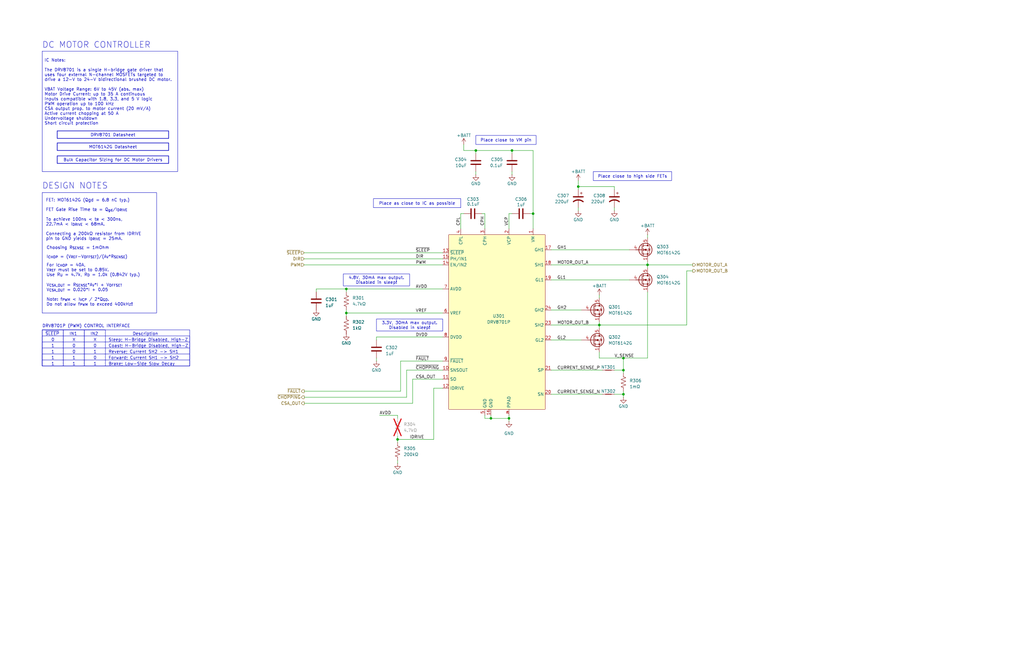
<source format=kicad_sch>
(kicad_sch (version 20250114) (generator "eeschema") (generator_version "9.0")
  (paper "USLedger")
  (title_block (title "Brushed DC Motor Driver") (date "2025-10-21") (rev "V3") (company "Learn Science and Math Club") (comment 1 "Geeks for Kids"))
  (lib_symbols
    (symbol "Device:C" (pin_numbers (hide yes)) (pin_names (offset 0.254))
      (property "Reference" "C" (at 0.635 2.54 0))
      (property "Value" "C" (at 0.635 -2.54 0))
      (symbol "C_0_1"
        (polyline (pts (xy -2.032 0.762) (xy 2.032 0.762)) (stroke (width 0.508)))
        (polyline (pts (xy -2.032 -0.762) (xy 2.032 -0.762)) (stroke (width 0.508)))
      )
      (symbol "C_1_1"
        (pin passive line (at 0 3.81 270) (length 2.794) (name "~") (number "1"))
        (pin passive line (at 0 -3.81 90) (length 2.794) (name "~") (number "2"))
      )
    )
    (symbol "Device:C_Polarized_US" (pin_numbers (hide yes)) (pin_names (offset 0.254) (hide yes))
      (property "Reference" "C" (at 0.635 2.54 0))
      (property "Value" "C_Polarized_US" (at 0.635 -2.54 0))
      (symbol "C_Polarized_US_0_1"
        (polyline (pts (xy -2.032 0.762) (xy 2.032 0.762)) (stroke (width 0.508)))
        (polyline (pts (xy -1.778 2.286) (xy -0.762 2.286)))
        (polyline (pts (xy -1.27 1.778) (xy -1.27 2.794)))
        (arc (start -2.032 -1.27) (mid 0 -0.5572) (end 2.032 -1.27) (stroke (width 0.508)))
      )
      (symbol "C_Polarized_US_1_1"
        (pin passive line (at 0 3.81 270) (length 2.794) (name "~") (number "1"))
        (pin passive line (at 0 -3.81 90) (length 3.302) (name "~") (number "2"))
      )
    )
    (symbol "Device:NetTie_2" (pin_numbers (hide yes)) (pin_names (offset 0) (hide yes)) (in_bom no)
      (property "Reference" "NT" (at 0 1.27 0))
      (property "Value" "NetTie_2" (at 0 -1.27 0))
      (symbol "NetTie_2_0_1"
        (polyline (pts (xy -1.27 0) (xy 1.27 0)) (stroke (width 0.254)))
      )
      (symbol "NetTie_2_1_1"
        (pin passive line (at -2.54 0 0) (length 2.54) (name "1") (number "1"))
        (pin passive line (at 2.54 0 180) (length 2.54) (name "2") (number "2"))
      )
    )
    (symbol "Device:R_US" (pin_numbers (hide yes)) (pin_names (offset 0))
      (property "Reference" "R" (at 2.54 0 90))
      (property "Value" "R_US" (at -2.54 0 90))
      (symbol "R_US_0_1"
        (polyline (pts (xy 0 2.286) (xy 0 2.54)))
        (polyline (pts (xy 0 2.286) (xy 1.016 1.905) (xy 0 1.524) (xy -1.016 1.143) (xy 0 0.762)))
        (polyline (pts (xy 0 0.762) (xy 1.016 0.381) (xy 0 0) (xy -1.016 -0.381) (xy 0 -0.762)))
        (polyline (pts (xy 0 -0.762) (xy 1.016 -1.143) (xy 0 -1.524) (xy -1.016 -1.905) (xy 0 -2.286)))
        (polyline (pts (xy 0 -2.286) (xy 0 -2.54)))
      )
      (symbol "R_US_1_1"
        (pin passive line (at 0 3.81 270) (length 1.27) (name "~") (number "1"))
        (pin passive line (at 0 -3.81 90) (length 1.27) (name "~") (number "2"))
      )
    )
    (symbol "Transistor_FET:Q_NMOS_SSSGD_AvalancheRated" (pin_names (offset 0) (hide yes))
      (property "Reference" "Q" (at 5.08 1.905 0))
      (property "Value" "Q_NMOS_SSSGD_AvalancheRated" (at 5.08 0 0))
      (symbol "Q_NMOS_SSSGD_AvalancheRated_0_1"
        (polyline (pts (xy 0.254 1.905) (xy 0.254 -1.905)) (stroke (width 0.254)))
        (polyline (pts (xy 0.254 0) (xy -2.54 0)))
        (polyline (pts (xy 0.762 2.286) (xy 0.762 1.27)) (stroke (width 0.254)))
        (polyline (pts (xy 0.762 0.508) (xy 0.762 -0.508)) (stroke (width 0.254)))
        (polyline (pts (xy 0.762 -1.27) (xy 0.762 -2.286)) (stroke (width 0.254)))
        (polyline (pts (xy 0.762 -1.778) (xy 3.302 -1.778) (xy 3.302 1.778) (xy 0.762 1.778)))
        (polyline (pts (xy 1.016 0) (xy 2.032 0.381) (xy 2.032 -0.381) (xy 1.016 0)) (fill (type outline)))
        (circle (center 1.651 0) (radius 2.794) (stroke (width 0.254)))
        (polyline (pts (xy 2.54 2.54) (xy 2.54 1.778)))
        (circle (center 2.54 1.778) (radius 0.254) (fill (type outline)))
        (circle (center 2.54 -1.778) (radius 0.254) (fill (type outline)))
        (polyline (pts (xy 2.54 -2.54) (xy 2.54 0) (xy 0.762 0)))
        (polyline (pts (xy 2.794 0.508) (xy 2.921 0.381) (xy 3.683 0.381) (xy 3.81 0.254)))
        (polyline (pts (xy 3.302 0.381) (xy 2.921 -0.254) (xy 3.683 -0.254) (xy 3.302 0.381)))
      )
      (symbol "Q_NMOS_SSSGD_AvalancheRated_1_1"
        (pin input line (at -5.08 0 0) (length 5.08) (name "G") (number "4"))
        (pin passive line (at 2.54 5.08 270) (length 2.54) (name "D") (number "5"))
        (pin passive line (at 2.54 -5.08 90) (length 2.54) (name "S") (number "1"))
        (pin passive line (at 2.54 -5.08 90) (length 2.54) (hide yes) (name "S") (number "2"))
        (pin passive line (at 2.54 -5.08 90) (length 2.54) (hide yes) (name "S") (number "3"))
      )
    )
    (symbol "motor-controller-v3-parts:DRV8701"
      (property "Reference" "U1" (at 19.05 -30.48 0))
      (property "Value" "DRV8701" (at 20.32 -33.02 0))
      (symbol "DRV8701_0_1"
        (rectangle (start 0 0) (end 40.64 -73.66) (fill (type background)))
      )
      (symbol "DRV8701_1_1"
        (pin input line (at -2.54 -7.62 0) (length 2.54) (name "~{SLEEP}") (number "13"))
        (pin input line (at -2.54 -10.16 0) (length 2.54) (name "PH/IN1") (number "15"))
        (pin input line (at -2.54 -12.7 0) (length 2.54) (name "EN/IN2") (number "14"))
        (pin power_out line (at -2.54 -22.86 0) (length 2.54) (name "AVDD") (number "7"))
        (pin input line (at -2.54 -33.02 0) (length 2.54) (name "VREF") (number "6"))
        (pin power_out line (at -2.54 -43.18 0) (length 2.54) (name "DVDD") (number "8"))
        (pin open_collector line (at -2.54 -53.34 0) (length 2.54) (name "~{FAULT}") (number "9"))
        (pin open_collector line (at -2.54 -57.15 0) (length 2.54) (name "SNSOUT") (number "10"))
        (pin output line (at -2.54 -60.96 0) (length 2.54) (name "SO") (number "11"))
        (pin input line (at -2.54 -64.77 0) (length 2.54) (name "IDRIVE") (number "12"))
        (pin passive line (at 5.08 2.54 270) (length 2.54) (name "CPL") (number "4"))
        (pin passive line (at 15.24 2.54 270) (length 2.54) (name "CPH") (number "3"))
        (pin power_in line (at 15.24 -76.2 90) (length 2.54) (name "GND") (number "5"))
        (pin power_in line (at 17.78 -76.2 90) (length 2.54) (name "GND") (number "16"))
        (pin power_out line (at 25.4 2.54 270) (length 2.54) (name "VCP") (number "2"))
        (pin power_in line (at 25.4 -76.2 90) (length 2.54) (name "PPAD") (number "25"))
        (pin power_in line (at 35.56 2.54 270) (length 2.54) (name "VM") (number "1"))
        (pin output line (at 43.18 -6.35 180) (length 2.54) (name "GH1") (number "17"))
        (pin input line (at 43.18 -12.7 180) (length 2.54) (name "SH1") (number "18"))
        (pin output line (at 43.18 -19.05 180) (length 2.54) (name "GL1") (number "19"))
        (pin output line (at 43.18 -31.75 180) (length 2.54) (name "GH2") (number "24"))
        (pin input line (at 43.18 -38.1 180) (length 2.54) (name "SH2") (number "23"))
        (pin output line (at 43.18 -44.45 180) (length 2.54) (name "GL2") (number "22"))
        (pin input line (at 43.18 -57.15 180) (length 2.54) (name "SP") (number "21"))
        (pin input line (at 43.18 -67.31 180) (length 2.54) (name "SN") (number "20"))
      )
    )
    (symbol "power:+BATT" (power) (pin_numbers (hide yes)) (pin_names (offset 0) (hide yes))
      (property "Value" "+BATT" (at 0 3.556 0))
      (symbol "+BATT_0_1"
        (polyline (pts (xy -0.762 1.27) (xy 0 2.54)))
        (polyline (pts (xy 0 2.54) (xy 0.762 1.27)))
        (polyline (pts (xy 0 0) (xy 0 2.54)))
      )
      (symbol "+BATT_1_1"
        (pin power_in line (at 0 0 90) (length 0) (name "~") (number "1"))
      )
    )
    (symbol "power:GND" (power) (pin_numbers (hide yes)) (pin_names (offset 0) (hide yes))
      (property "Value" "GND" (at 0 -3.81 0))
      (symbol "GND_0_1"
        (polyline (pts (xy 0 0) (xy 0 -1.27) (xy 1.27 -1.27) (xy 0 -2.54) (xy -1.27 -1.27) (xy 0 -1.27)))
      )
      (symbol "GND_1_1"
        (pin power_in line (at 0 0 270) (length 0) (name "~") (number "1"))
      )
    )
  )
  (rectangle (start 17.78 151.892) (end 80.01 154.432))
  (rectangle (start 26.67 139.192) (end 35.56 154.432))
  (rectangle (start 17.78 139.192) (end 80.01 154.432))
  (rectangle (start 17.78 144.272) (end 80.01 154.432))
  (rectangle (start 17.78 146.812) (end 80.01 154.432))
  (rectangle (start 35.56 139.192) (end 44.45 154.432))
  (rectangle (start 17.78 81.28) (end 66.04 132.08))
  (rectangle (start 17.78 149.352) (end 80.01 154.432))
  (rectangle (start 17.78 139.192) (end 26.67 154.432))
  (rectangle (start 17.78 141.732) (end 80.01 154.432))
  (text "0" (at 21.59 144.272 0) (effects (font (size 1.27 1.27)) (justify left bottom)))
  (text "Coast; H-Bridge Disabled, High-Z" (at 45.72 146.812 0) (effects (font (size 1.27 1.27)) (justify left bottom)))
  (text "DC MOTOR CONTROLLER" (at 17.78 20.574 0) (effects (font (size 2.54 2.54)) (justify left bottom)))
  (text "Choosing R_{SENSE} = 1mOhm" (at 19.558 105.41 0) (effects (font (size 1.27 1.27)) (justify left bottom)))
  (text "1" (at 30.48 151.892 0) (effects (font (size 1.27 1.27)) (justify left bottom)))
  (text "1" (at 39.37 154.432 0) (effects (font (size 1.27 1.27)) (justify left bottom)))
  (text "FET: MOT6142G (Qgd = 6.8 nC typ.)" (at 19.304 85.344 0) (effects (font (size 1.27 1.27)) (justify left bottom)))
  (text "1" (at 30.48 154.432 0) (effects (font (size 1.27 1.27)) (justify left bottom)))
  (text "X" (at 39.37 144.272 0) (effects (font (size 1.27 1.27)) (justify left bottom)))
  (text "1" (at 39.37 149.352 0) (effects (font (size 1.27 1.27)) (justify left bottom)))
  (text "Sleep; H-Bridge Disabled, High-Z" (at 45.72 144.272 0) (effects (font (size 1.27 1.27)) (justify left bottom)))
  (text "Reverse; Current SH2 -> SH1" (at 45.72 149.352 0) (effects (font (size 1.27 1.27)) (justify left bottom)))
  (text "Description" (at 55.88 141.732 0) (effects (font (size 1.27 1.27)) (justify left bottom)))
  (text "1" (at 21.59 149.352 0) (effects (font (size 1.27 1.27)) (justify left bottom)))
  (text "FET Gate Rise Time t_{R} = Q_{gd}/I_{DRIVE}\n\nTo achieve 100ns < t_{R} < 300ns, \n22.7mA < I_{DRIVE} < 68mA." (at 19.304 95.504 0) (effects (font (size 1.27 1.27)) (justify left bottom)))
  (text "For I_{CHOP} = 40A, \nV_{REF} must be set to 0.85V. \nUse R_{U} = 4.7k, R_{D} = 1.0k (0.842V typ.)" (at 19.558 116.84 0) (effects (font (size 1.27 1.27)) (justify left bottom)))
  (text "IN2" (at 38.1 141.732 0) (effects (font (size 1.27 1.27)) (justify left bottom)))
  (text "DESIGN NOTES" (at 17.78 80.01 0) (effects (font (size 2.54 2.54)) (justify left bottom)))
  (text "Forward; Current SH1 -> SH2" (at 45.72 151.892 0) (effects (font (size 1.27 1.27)) (justify left bottom)))
  (text "IN1" (at 29.21 141.732 0) (effects (font (size 1.27 1.27)) (justify left bottom)))
  (text "Brake; Low-Side Slow Decay" (at 45.72 154.432 0) (effects (font (size 1.27 1.27)) (justify left bottom)))
  (text "Note: f_{PWM} < I_{VCP} / 2*Q_{GD}. \nDo not allow f_{PWM} to exceed 400kHz!" (at 19.558 129.286 0) (effects (font (size 1.27 1.27)) (justify left bottom)))
  (text "0" (at 30.48 146.812 0) (effects (font (size 1.27 1.27)) (justify left bottom)))
  (text "I_{CHOP} = (V_{REF}-V_{OFFSET})/(A_{V}*R_{SENSE})" (at 19.558 109.22 0) (effects (font (size 1.27 1.27)) (justify left bottom)))
  (text "Connecting a 200kΩ resistor from IDRIVE \npin to GND yields I_{DRIVE} = 25mA." (at 19.304 101.6 0) (effects (font (size 1.27 1.27)) (justify left bottom)))
  (text "0" (at 39.37 151.892 0) (effects (font (size 1.27 1.27)) (justify left bottom)))
  (text "X" (at 30.48 144.272 0) (effects (font (size 1.27 1.27)) (justify left bottom)))
  (text "DRV8701P (PWM) CONTROL INTERFACE" (at 17.78 138.43 0) (effects (font (size 1.27 1.27) (thickness 0.1588)) (justify left bottom)))
  (text "1" (at 21.59 154.432 0) (effects (font (size 1.27 1.27)) (justify left bottom)))
  (text "0" (at 39.37 146.812 0) (effects (font (size 1.27 1.27)) (justify left bottom)))
  (text "1" (at 21.59 151.892 0) (effects (font (size 1.27 1.27)) (justify left bottom)))
  (text "1" (at 21.59 146.812 0) (effects (font (size 1.27 1.27)) (justify left bottom)))
  (text "V_{CSA_OUT} = R_{SENSE}*A_{V}*I + V_{OFFSET}\nV_{CSA_OUT} = 0.020*I + 0.05\n" (at 19.558 123.19 0) (effects (font (size 1.27 1.27)) (justify left bottom)))
  (text "0" (at 30.48 149.352 0) (effects (font (size 1.27 1.27)) (justify left bottom)))
  (text "~{SLEEP}" (at 19.05 141.732 0) (effects (font (size 1.27 1.27)) (justify left bottom)))
  (text_box "4.8V, 30mA max output. \nDisabled in sleep!" (at 144.78 115.57 0) (size 27.94 5.08) (margins 0.9525 0.9525 0.9525 0.9525) (effects (font (size 1.27 1.27))))
  (text_box "\nIC Notes: \n\nThe DRV8701 is a single H-bridge gate driver that uses four external N-channel MOSFETs targeted to drive a 12-V to 24-V bidirectional brushed DC motor. \n\nVBAT Voltage Range: 6V to 45V (abs. max)\nMotor Drive Current: up to 35 A continuous\nInputs compatible with 1.8, 3.3, and 5 V logic\nPWM operation up to 100 kHz\nCSA output prop. to motor current (20 mV/A)\nActive current chopping at 50 A\nUndervoltage shutdown\nShort circuit protection" (at 17.78 21.59 0) (size 57.15 50.8) (margins 0.9525 0.9525 0.9525 0.9525) (effects (font (size 1.27 1.27)) (justify left top)))
  (text_box "3.3V, 30mA max output. \nDisabled in sleep!" (at 158.75 134.62 0) (size 27.94 5.08) (margins 0.9525 0.9525 0.9525 0.9525) (effects (font (size 1.27 1.27))))
  (text_box "Place close to VM pin" (at 200.66 57.15 0) (size 25.4 3.81) (margins 0.9525 0.9525 0.9525 0.9525) (effects (font (size 1.27 1.27))))
  (text_box "MOT6142G Datasheet" (at 24.13 60.325 0) (size 46.99 3.175) (margins 1.0795 1.0795 1.0795 1.0795) (stroke (width 0.254)) (effects (font (size 1.27 1.27))))
  (text_box "DRV8701 Datasheet" (at 24.13 55.245 0) (size 46.99 3.175) (margins 1.0795 1.0795 1.0795 1.0795) (stroke (width 0.254)) (effects (font (size 1.27 1.27))))
  (text_box "Bulk Capacitor Sizing for DC Motor Drivers" (at 24.13 65.786 0) (size 46.99 3.175) (margins 1.0795 1.0795 1.0795 1.0795) (stroke (width 0.254)) (effects (font (size 1.27 1.27))))
  (text_box "Place as close to IC as possible" (at 157.48 83.82 0) (size 36.83 3.81) (margins 0.9525 0.9525 0.9525 0.9525) (effects (font (size 1.27 1.27))))
  (text_box "Place close to high side FETs" (at 250.19 72.39 0) (size 33.02 3.81) (margins 0.9525 0.9525 0.9525 0.9525) (effects (font (size 1.27 1.27))))
  (junction (at 214.63 176.53))
  (junction (at 146.05 121.92))
  (junction (at 200.66 63.5))
  (junction (at 252.73 137.16))
  (junction (at 262.89 156.21))
  (junction (at 262.89 151.13))
  (junction (at 167.64 185.42))
  (junction (at 207.01 176.53))
  (junction (at 224.79 90.17))
  (junction (at 243.84 78.74))
  (junction (at 273.05 111.76))
  (junction (at 215.9 63.5))
  (junction (at 262.89 166.37))
  (junction (at 146.05 132.08))
  (wire (pts (xy 171.45 167.64) (xy 171.45 156.21)))
  (wire (pts (xy 259.08 156.21) (xy 262.89 156.21)))
  (wire (pts (xy 215.9 63.5) (xy 224.79 63.5)))
  (wire (pts (xy 194.31 90.17) (xy 194.31 96.52)))
  (wire (pts (xy 128.27 106.68) (xy 186.69 106.68)))
  (wire (pts (xy 243.84 80.01) (xy 243.84 78.74)))
  (wire (pts (xy 289.56 137.16) (xy 289.56 114.3)))
  (wire (pts (xy 167.64 185.42) (xy 182.88 185.42)))
  (wire (pts (xy 168.91 152.4) (xy 186.69 152.4)))
  (wire (pts (xy 167.64 185.42) (xy 167.64 184.15)))
  (wire (pts (xy 128.27 111.76) (xy 186.69 111.76)))
  (wire (pts (xy 200.66 72.39) (xy 200.66 73.66)))
  (wire (pts (xy 262.89 151.13) (xy 262.89 156.21)))
  (wire (pts (xy 252.73 148.59) (xy 252.73 151.13)))
  (wire (pts (xy 167.64 195.58) (xy 167.64 194.31)))
  (wire (pts (xy 182.88 163.83) (xy 186.69 163.83)))
  (wire (pts (xy 243.84 76.2) (xy 243.84 78.74)))
  (wire (pts (xy 195.58 60.96) (xy 195.58 63.5)))
  (wire (pts (xy 207.01 175.26) (xy 207.01 176.53)))
  (wire (pts (xy 252.73 151.13) (xy 262.89 151.13)))
  (wire (pts (xy 207.01 176.53) (xy 214.63 176.53)))
  (wire (pts (xy 273.05 111.76) (xy 292.1 111.76)))
  (wire (pts (xy 146.05 123.19) (xy 146.05 121.92)))
  (wire (pts (xy 195.58 63.5) (xy 200.66 63.5)))
  (wire (pts (xy 133.35 123.19) (xy 133.35 121.92)))
  (wire (pts (xy 252.73 135.89) (xy 252.73 137.16)))
  (wire (pts (xy 262.89 156.21) (xy 262.89 157.48)))
  (wire (pts (xy 252.73 124.46) (xy 252.73 125.73)))
  (wire (pts (xy 224.79 90.17) (xy 223.52 90.17)))
  (wire (pts (xy 158.75 152.4) (xy 158.75 151.13)))
  (wire (pts (xy 232.41 105.41) (xy 265.43 105.41)))
  (wire (pts (xy 146.05 132.08) (xy 146.05 133.35)))
  (wire (pts (xy 158.75 142.24) (xy 186.69 142.24)))
  (wire (pts (xy 273.05 99.06) (xy 273.05 100.33)))
  (wire (pts (xy 232.41 137.16) (xy 252.73 137.16)))
  (wire (pts (xy 194.31 90.17) (xy 195.58 90.17)))
  (wire (pts (xy 232.41 156.21) (xy 254 156.21)))
  (wire (pts (xy 128.27 170.18) (xy 173.99 170.18)))
  (wire (pts (xy 214.63 176.53) (xy 214.63 177.8)))
  (wire (pts (xy 243.84 87.63) (xy 243.84 88.9)))
  (wire (pts (xy 182.88 185.42) (xy 182.88 163.83)))
  (wire (pts (xy 128.27 165.1) (xy 168.91 165.1)))
  (wire (pts (xy 273.05 110.49) (xy 273.05 111.76)))
  (wire (pts (xy 259.08 87.63) (xy 259.08 88.9)))
  (wire (pts (xy 204.47 176.53) (xy 207.01 176.53)))
  (wire (pts (xy 167.64 185.42) (xy 167.64 186.69)))
  (wire (pts (xy 215.9 63.5) (xy 215.9 64.77)))
  (wire (pts (xy 171.45 156.21) (xy 186.69 156.21)))
  (wire (pts (xy 214.63 90.17) (xy 214.63 96.52)))
  (wire (pts (xy 173.99 160.02) (xy 186.69 160.02)))
  (wire (pts (xy 200.66 63.5) (xy 200.66 64.77)))
  (wire (pts (xy 232.41 111.76) (xy 273.05 111.76)))
  (wire (pts (xy 160.02 175.26) (xy 167.64 175.26)))
  (wire (pts (xy 204.47 90.17) (xy 203.2 90.17)))
  (wire (pts (xy 262.89 151.13) (xy 273.05 151.13)))
  (wire (pts (xy 173.99 170.18) (xy 173.99 160.02)))
  (wire (pts (xy 232.41 118.11) (xy 265.43 118.11)))
  (wire (pts (xy 133.35 121.92) (xy 146.05 121.92)))
  (wire (pts (xy 146.05 132.08) (xy 186.69 132.08)))
  (wire (pts (xy 158.75 143.51) (xy 158.75 142.24)))
  (wire (pts (xy 262.89 165.1) (xy 262.89 166.37)))
  (wire (pts (xy 168.91 165.1) (xy 168.91 152.4)))
  (wire (pts (xy 252.73 137.16) (xy 289.56 137.16)))
  (wire (pts (xy 204.47 175.26) (xy 204.47 176.53)))
  (wire (pts (xy 289.56 114.3) (xy 292.1 114.3)))
  (wire (pts (xy 224.79 90.17) (xy 224.79 96.52)))
  (wire (pts (xy 146.05 121.92) (xy 186.69 121.92)))
  (wire (pts (xy 259.08 80.01) (xy 259.08 78.74)))
  (wire (pts (xy 215.9 63.5) (xy 200.66 63.5)))
  (wire (pts (xy 273.05 123.19) (xy 273.05 151.13)))
  (wire (pts (xy 128.27 167.64) (xy 171.45 167.64)))
  (wire (pts (xy 224.79 63.5) (xy 224.79 90.17)))
  (wire (pts (xy 259.08 78.74) (xy 243.84 78.74)))
  (wire (pts (xy 215.9 72.39) (xy 215.9 73.66)))
  (wire (pts (xy 262.89 166.37) (xy 262.89 167.64)))
  (wire (pts (xy 273.05 111.76) (xy 273.05 113.03)))
  (wire (pts (xy 232.41 166.37) (xy 254 166.37)))
  (wire (pts (xy 252.73 137.16) (xy 252.73 138.43)))
  (wire (pts (xy 232.41 130.81) (xy 245.11 130.81)))
  (wire (pts (xy 259.08 166.37) (xy 262.89 166.37)))
  (wire (pts (xy 215.9 90.17) (xy 214.63 90.17)))
  (wire (pts (xy 204.47 90.17) (xy 204.47 96.52)))
  (wire (pts (xy 167.64 175.26) (xy 167.64 176.53)))
  (wire (pts (xy 146.05 130.81) (xy 146.05 132.08)))
  (wire (pts (xy 214.63 175.26) (xy 214.63 176.53)))
  (wire (pts (xy 128.27 109.22) (xy 186.69 109.22)))
  (wire (pts (xy 232.41 143.51) (xy 245.11 143.51)))
  (label "CPL" (at 194.31 95.25 90))
  (label "AVDD" (at 160.02 175.26 0))
  (label "~{SLEEP}" (at 175.26 106.68 0))
  (label "CURRENT_SENSE_N" (at 234.95 166.37 0))
  (label "GH1" (at 234.95 105.41 0))
  (label "VCP" (at 214.63 95.25 90))
  (label "~{CHOPPING}" (at 175.26 156.21 0))
  (label "GL2" (at 234.95 143.51 0))
  (label "MOTOR_OUT_B" (at 234.95 137.16 0))
  (label "GH2" (at 234.95 130.81 0))
  (label "CSA_OUT" (at 175.26 160.02 0))
  (label "VREF" (at 175.26 132.08 0))
  (label "AVDD" (at 175.26 121.92 0))
  (label "GL1" (at 234.95 118.11 0))
  (label "DIR" (at 175.26 109.22 0))
  (label "~{FAULT}" (at 175.26 152.4 0))
  (label "PWM" (at 175.26 111.76 0))
  (label "DVDD" (at 175.26 142.24 0))
  (label "V_SENSE" (at 259.08 151.13 0))
  (label "MOTOR_OUT_A" (at 234.95 111.76 0))
  (label "CURRENT_SENSE_P" (at 234.95 156.21 0))
  (label "IDRIVE" (at 172.72 185.42 0))
  (label "CPH" (at 204.47 95.25 90))
  (hierarchical_label "PWM" (shape input) (at 128.27 111.76 180))
  (hierarchical_label "DIR" (shape input) (at 128.27 109.22 180))
  (hierarchical_label "~{SLEEP}" (shape input) (at 128.27 106.68 180))
  (hierarchical_label "~{FAULT}" (shape output) (at 128.27 165.1 180))
  (hierarchical_label "~{CHOPPING}" (shape output) (at 128.27 167.64 180))
  (hierarchical_label "MOTOR_OUT_A" (shape output) (at 292.1 111.76 0))
  (hierarchical_label "CSA_OUT" (shape output) (at 128.27 170.18 180))
  (hierarchical_label "MOTOR_OUT_B" (shape output) (at 292.1 114.3 0))
  (symbol (lib_id "Device:C") (at 199.39 90.17 270) (mirror x) (unit 1)
    (property "Reference" "C203" (at 196.85 84.074 90) (effects (justify left)))
    (property "Value" "0.1uF" (at 196.85 86.106 90) (effects (justify left)))
    (property "Footprint" "Capacitor_SMD:C_0603_1608Metric" (effects (hide yes)))
    (property "Datasheet" "https://www.lcsc.com/datasheet/C14663.pdf" (effects (hide yes)))
    (property "Description" "CAP CER 100nF 50V X7R 0603" (effects (hide yes)))
    (property "MPN" "C14663" (effects (hide yes)))
    (instances (project "brushed-dc-motor-driver" (path "" (reference "C303") (unit 1)) (path "" (reference "C203") (unit 1)) (path "" (reference "C403") (unit 1))))
  )
  (symbol (lib_id "Device:C_Polarized_US") (at 259.08 83.82 0) (mirror y) (unit 1)
    (property "Reference" "C208" (at 255.27 82.55 0) (effects (justify left)))
    (property "Value" "220uF" (at 255.27 85.09 0) (effects (justify left)))
    (property "Footprint" "Capacitor_THT:CP_Radial_D10.0mm_P5.00mm" (effects (hide yes)))
    (property "Datasheet" "https://www.lcsc.com/datasheet/lcsc_datasheet_2410121312_CX-Dongguan-Chengxing-Elec-KM227M050G13RR0VH2FP0_C45105.pdf" (effects (hide yes)))
    (property "Description" "CAP ALUM 220uF ±20% 50V TH" (effects (hide yes)))
    (property "MPN" "C45105" (effects (hide yes)))
    (instances (project "brushed-dc-motor-driver" (path "" (reference "C308") (unit 1)) (path "" (reference "C208") (unit 1)) (path "" (reference "C408") (unit 1))))
  )
  (symbol (lib_id "power:GND") (at 146.05 140.97 0) (mirror y) (unit 1)
    (property "Reference" "#PWR0202" (effects (hide yes)))
    (property "Value" "GND" (at 146.05 144.78 0))
    (property "Description" "Power symbol creates a global label with name \"GND\" , ground" (effects (hide yes)))
    (instances (project "brushed-dc-motor-driver" (path "" (reference "#PWR0302") (unit 1)) (path "" (reference "#PWR0202") (unit 1)) (path "" (reference "#PWR0402") (unit 1))))
  )
  (symbol (lib_id "Device:C") (at 200.66 68.58 0) (mirror x) (unit 1)
    (property "Reference" "C204" (at 196.85 67.31 0) (effects (justify right)))
    (property "Value" "10uF" (at 196.85 69.85 0) (effects (justify right)))
    (property "Footprint" "Capacitor_SMD:C_1206_3216Metric" (effects (hide yes)))
    (property "Datasheet" "https://www.lcsc.com/datasheet/lcsc_datasheet_1810221111_Samsung-Electro-Mechanics-CL31B106KBHNNNE_C89632.pdf" (effects (hide yes)))
    (property "Description" "CAP CER 10uF 50V X7R 1206" (effects (hide yes)))
    (property "MPN" "C89632" (effects (hide yes)))
    (instances (project "brushed-dc-motor-driver" (path "" (reference "C304") (unit 1)) (path "" (reference "C204") (unit 1)) (path "" (reference "C404") (unit 1))))
  )
  (symbol (lib_id "power:GND") (at 158.75 152.4 0) (mirror y) (unit 1)
    (property "Reference" "#PWR0204" (effects (hide yes)))
    (property "Value" "GND" (at 158.75 156.21 0))
    (property "Description" "Power symbol creates a global label with name \"GND\" , ground" (effects (hide yes)))
    (instances (project "brushed-dc-motor-driver" (path "" (reference "#PWR0304") (unit 1)) (path "" (reference "#PWR0204") (unit 1)) (path "" (reference "#PWR0404") (unit 1))))
  )
  (symbol (lib_id "Transistor_FET:Q_NMOS_SSSGD_AvalancheRated") (at 250.19 143.51 0) (unit 1)
    (property "Reference" "Q202" (at 256.54 142.2399 0) (effects (justify left)))
    (property "Value" "MOT6142G" (at 256.54 144.7799 0) (effects (justify left)))
    (property "Footprint" "Package_DFN_QFN:PQFN-8-EP_6x5mm_P1.27mm_Generic" (effects (hide yes)))
    (property "Description" "N-MOSFET transistor, source (pins 1-3)/gate/drain (pin 5), SO-8/SO-8F/SO-8FL/SON-8/PowerPAK-8/TDSON-8/VSON-8" (effects (hide yes)))
    (property "MPN" "C33129541" (effects (hide yes)))
    (instances (project "brushed-dc-motor-driver" (path "" (reference "Q302") (unit 1)) (path "" (reference "Q202") (unit 1)) (path "" (reference "Q402") (unit 1))))
  )
  (symbol (lib_id "power:GND") (at 167.64 195.58 0) (mirror y) (unit 1)
    (property "Reference" "#PWR0205" (effects (hide yes)))
    (property "Value" "GND" (at 167.64 199.39 0))
    (property "Description" "Power symbol creates a global label with name \"GND\" , ground" (effects (hide yes)))
    (instances (project "brushed-dc-motor-driver" (path "" (reference "#PWR0305") (unit 1)) (path "" (reference "#PWR0205") (unit 1)) (path "" (reference "#PWR0405") (unit 1))))
  )
  (symbol (lib_id "Device:R_US") (at 146.05 127 0) (unit 1)
    (property "Reference" "R201" (at 148.59 125.7299 0) (effects (justify left)))
    (property "Value" "4.7kΩ" (at 148.59 128.2699 0) (effects (justify left)))
    (property "Footprint" "Resistor_SMD:R_0603_1608Metric" (effects (hide yes)))
    (property "Datasheet" "https://www.lcsc.com/datasheet/C23162.pdf" (effects (hide yes)))
    (property "Description" "RES 4.7kΩ ±1% 100mW 0603" (effects (hide yes)))
    (property "MPN" "C23162" (effects (hide yes)))
    (instances (project "brushed-dc-motor-driver" (path "" (reference "R301") (unit 1)) (path "" (reference "R201") (unit 1)) (path "" (reference "R401") (unit 1))))
  )
  (symbol (lib_id "Transistor_FET:Q_NMOS_SSSGD_AvalancheRated") (at 270.51 118.11 0) (unit 1)
    (property "Reference" "Q204" (at 276.86 116.8399 0) (effects (justify left)))
    (property "Value" "MOT6142G" (at 276.86 119.3799 0) (effects (justify left)))
    (property "Footprint" "Package_DFN_QFN:PQFN-8-EP_6x5mm_P1.27mm_Generic" (effects (hide yes)))
    (property "Description" "N-MOSFET transistor, source (pins 1-3)/gate/drain (pin 5), SO-8/SO-8F/SO-8FL/SON-8/PowerPAK-8/TDSON-8/VSON-8" (effects (hide yes)))
    (property "MPN" "C33129541" (effects (hide yes)))
    (instances (project "brushed-dc-motor-driver" (path "" (reference "Q304") (unit 1)) (path "" (reference "Q204") (unit 1)) (path "" (reference "Q404") (unit 1))))
  )
  (symbol (lib_id "Device:R_US") (at 167.64 190.5 0) (unit 1)
    (property "Reference" "R205" (at 170.18 189.2299 0) (effects (justify left)))
    (property "Value" "200kΩ" (at 170.18 191.7699 0) (effects (justify left)))
    (property "Footprint" "Resistor_SMD:R_0603_1608Metric" (effects (hide yes)))
    (property "Datasheet" "https://www.lcsc.com/datasheet/C25811.pdf" (effects (hide yes)))
    (property "Description" "RES 200kΩ ±1% 100mW 0603" (effects (hide yes)))
    (property "MPN" "C25811" (effects (hide yes)))
    (instances (project "brushed-dc-motor-driver" (path "" (reference "R305") (unit 1)) (path "" (reference "R205") (unit 1)) (path "" (reference "R405") (unit 1))))
  )
  (symbol (lib_id "power:GND") (at 133.35 130.81 0) (mirror y) (unit 1)
    (property "Reference" "#PWR0201" (effects (hide yes)))
    (property "Value" "GND" (at 133.35 134.62 0))
    (property "Description" "Power symbol creates a global label with name \"GND\" , ground" (effects (hide yes)))
    (instances (project "brushed-dc-motor-driver" (path "" (reference "#PWR0301") (unit 1)) (path "" (reference "#PWR0201") (unit 1)) (path "" (reference "#PWR0401") (unit 1))))
  )
  (symbol (lib_id "Transistor_FET:Q_NMOS_SSSGD_AvalancheRated") (at 270.51 105.41 0) (unit 1)
    (property "Reference" "Q203" (at 276.86 104.1399 0) (effects (justify left)))
    (property "Value" "MOT6142G" (at 276.86 106.6799 0) (effects (justify left)))
    (property "Footprint" "Package_DFN_QFN:PQFN-8-EP_6x5mm_P1.27mm_Generic" (effects (hide yes)))
    (property "Description" "N-MOSFET transistor, source (pins 1-3)/gate/drain (pin 5), SO-8/SO-8F/SO-8FL/SON-8/PowerPAK-8/TDSON-8/VSON-8" (effects (hide yes)))
    (property "MPN" "C33129541" (effects (hide yes)))
    (instances (project "brushed-dc-motor-driver" (path "" (reference "Q303") (unit 1)) (path "" (reference "Q203") (unit 1)) (path "" (reference "Q403") (unit 1))))
  )
  (symbol (lib_id "power:+BATT") (at 252.73 124.46 0) (unit 1)
    (property "Reference" "#PWR0212" (effects (hide yes)))
    (property "Value" "+BATT" (at 252.73 120.65 0))
    (property "Description" "Power symbol creates a global label with name \"+BATT\"" (effects (hide yes)))
    (instances (project "brushed-dc-motor-driver" (path "" (reference "#PWR0312") (unit 1)) (path "" (reference "#PWR0212") (unit 1)) (path "" (reference "#PWR0412") (unit 1))))
  )
  (symbol (lib_id "power:+BATT") (at 273.05 99.06 0) (unit 1)
    (property "Reference" "#PWR0215" (effects (hide yes)))
    (property "Value" "+BATT" (at 273.05 95.25 0))
    (property "Description" "Power symbol creates a global label with name \"+BATT\"" (effects (hide yes)))
    (instances (project "brushed-dc-motor-driver" (path "" (reference "#PWR0315") (unit 1)) (path "" (reference "#PWR0215") (unit 1)) (path "" (reference "#PWR0415") (unit 1))))
  )
  (symbol (lib_id "Device:NetTie_2") (at 256.54 166.37 0) (unit 1) (in_bom no)
    (property "Reference" "NT202" (at 256.54 165.1 0))
    (property "Value" "NetTie_2" (effects (hide yes)))
    (property "Footprint" "NetTie:NetTie-2_SMD_Pad0.5mm" (effects (hide yes)))
    (instances (project "brushed-dc-motor-driver" (path "" (reference "NT302") (unit 1)) (path "" (reference "NT202") (unit 1)) (path "" (reference "NT402") (unit 1))))
  )
  (symbol (lib_id "power:GND") (at 262.89 167.64 0) (mirror y) (unit 1)
    (property "Reference" "#PWR0214" (effects (hide yes)))
    (property "Value" "GND" (at 262.89 171.45 0))
    (property "Description" "Power symbol creates a global label with name \"GND\" , ground" (effects (hide yes)))
    (instances (project "brushed-dc-motor-driver" (path "" (reference "#PWR0314") (unit 1)) (path "" (reference "#PWR0214") (unit 1)) (path "" (reference "#PWR0414") (unit 1))))
  )
  (symbol (lib_id "Device:C") (at 158.75 147.32 180) (unit 1)
    (property "Reference" "C202" (at 162.56 146.685 0) (effects (justify right)))
    (property "Value" "1uF" (at 162.56 149.225 0) (effects (justify right)))
    (property "Footprint" "Capacitor_SMD:C_0603_1608Metric" (effects (hide yes)))
    (property "Datasheet" "https://www.lcsc.com/datasheet/lcsc_datasheet_2210171730_Samsung-Electro-Mechanics-CL10B105KB8NQNC_C5199872.pdf" (effects (hide yes)))
    (property "Description" "CAP CER 1uF 50V X7R 0603" (effects (hide yes)))
    (property "MPN" "C5199872" (effects (hide yes)))
    (instances (project "brushed-dc-motor-driver" (path "" (reference "C302") (unit 1)) (path "" (reference "C202") (unit 1)) (path "" (reference "C402") (unit 1))))
  )
  (symbol (lib_id "power:+BATT") (at 243.84 76.2 0) (mirror y) (unit 1)
    (property "Reference" "#PWR0210" (effects (hide yes)))
    (property "Value" "+BATT" (at 243.84 72.39 0))
    (property "Description" "Power symbol creates a global label with name \"+BATT\"" (effects (hide yes)))
    (instances (project "brushed-dc-motor-driver" (path "" (reference "#PWR0310") (unit 1)) (path "" (reference "#PWR0210") (unit 1)) (path "" (reference "#PWR0410") (unit 1))))
  )
  (symbol (lib_id "Device:C_Polarized_US") (at 243.84 83.82 0) (mirror y) (unit 1)
    (property "Reference" "C207" (at 240.03 82.55 0) (effects (justify left)))
    (property "Value" "220uF" (at 240.03 85.09 0) (effects (justify left)))
    (property "Footprint" "Capacitor_THT:CP_Radial_D10.0mm_P5.00mm" (effects (hide yes)))
    (property "Datasheet" "https://www.lcsc.com/datasheet/lcsc_datasheet_2410121312_CX-Dongguan-Chengxing-Elec-KM227M050G13RR0VH2FP0_C45105.pdf" (effects (hide yes)))
    (property "Description" "CAP ALUM 220uF ±20% 50V TH" (effects (hide yes)))
    (property "MPN" "C45105" (effects (hide yes)))
    (instances (project "brushed-dc-motor-driver" (path "" (reference "C307") (unit 1)) (path "" (reference "C207") (unit 1)) (path "" (reference "C407") (unit 1))))
  )
  (symbol (lib_id "Device:C") (at 219.71 90.17 90) (mirror x) (unit 1)
    (property "Reference" "C206" (at 217.17 84.074 90) (effects (justify right)))
    (property "Value" "1uF" (at 217.932 86.36 90) (effects (justify right)))
    (property "Footprint" "Capacitor_SMD:C_0603_1608Metric" (effects (hide yes)))
    (property "Datasheet" "https://www.lcsc.com/datasheet/lcsc_datasheet_2210171730_Samsung-Electro-Mechanics-CL10B105KB8NQNC_C5199872.pdf" (effects (hide yes)))
    (property "Description" "CAP CER 1uF 50V X7R 0603" (effects (hide yes)))
    (property "MPN" "C5199872" (effects (hide yes)))
    (instances (project "brushed-dc-motor-driver" (path "" (reference "C306") (unit 1)) (path "" (reference "C206") (unit 1)) (path "" (reference "C406") (unit 1))))
  )
  (symbol (lib_id "Device:R_US") (at 262.89 161.29 0) (unit 1)
    (property "Reference" "R206" (at 265.43 160.655 0) (effects (justify left)))
    (property "Value" "1mΩ" (at 265.43 163.195 0) (effects (justify left)))
    (property "Footprint" "Resistor_SMD:R_2512_6332Metric" (effects (hide yes)))
    (property "Datasheet" "https://www.lcsc.com/datasheet/C5224158.pdf" (effects (hide yes)))
    (property "Description" "RES 1mΩ ±1% 6W 2512" (effects (hide yes)))
    (property "MPN" "C5224158" (effects (hide yes)))
    (instances (project "brushed-dc-motor-driver" (path "" (reference "R306") (unit 1)) (path "" (reference "R206") (unit 1)) (path "" (reference "R406") (unit 1))))
  )
  (symbol (lib_id "power:GND") (at 200.66 73.66 0) (unit 1)
    (property "Reference" "#PWR0207" (effects (hide yes)))
    (property "Value" "GND" (at 200.66 77.47 0))
    (property "Description" "Power symbol creates a global label with name \"GND\" , ground" (effects (hide yes)))
    (instances (project "brushed-dc-motor-driver" (path "" (reference "#PWR0307") (unit 1)) (path "" (reference "#PWR0207") (unit 1)) (path "" (reference "#PWR0407") (unit 1))))
  )
  (symbol (lib_id "power:GND") (at 214.63 177.8 0) (mirror y) (unit 1)
    (property "Reference" "#PWR0208" (effects (hide yes)))
    (property "Value" "GND" (at 214.63 182.88 0))
    (property "Description" "Power symbol creates a global label with name \"GND\" , ground" (effects (hide yes)))
    (instances (project "brushed-dc-motor-driver" (path "" (reference "#PWR0308") (unit 1)) (path "" (reference "#PWR0208") (unit 1)) (path "" (reference "#PWR0408") (unit 1))))
  )
  (symbol (lib_id "power:GND") (at 243.84 88.9 0) (unit 1)
    (property "Reference" "#PWR0211" (effects (hide yes)))
    (property "Value" "GND" (at 243.84 92.71 0))
    (property "Description" "Power symbol creates a global label with name \"GND\" , ground" (effects (hide yes)))
    (instances (project "brushed-dc-motor-driver" (path "" (reference "#PWR0311") (unit 1)) (path "" (reference "#PWR0211") (unit 1)) (path "" (reference "#PWR0411") (unit 1))))
  )
  (symbol (lib_id "Device:C") (at 215.9 68.58 0) (mirror y) (unit 1)
    (property "Reference" "C205" (at 212.09 67.3099 0) (effects (justify left)))
    (property "Value" "0.1uF" (at 212.09 69.8499 0) (effects (justify left)))
    (property "Footprint" "Capacitor_SMD:C_0603_1608Metric" (effects (hide yes)))
    (property "Datasheet" "https://www.lcsc.com/datasheet/C14663.pdf" (effects (hide yes)))
    (property "Description" "CAP CER 100nF 50V X7R 0603" (effects (hide yes)))
    (property "MPN" "C14663" (effects (hide yes)))
    (instances (project "brushed-dc-motor-driver" (path "" (reference "C305") (unit 1)) (path "" (reference "C205") (unit 1)) (path "" (reference "C405") (unit 1))))
  )
  (symbol (lib_id "motor-controller-v3-parts:DRV8701") (at 189.23 99.06 0) (unit 1)
    (property "Reference" "U201" (at 210.312 133.35 0))
    (property "Value" "DRV8701P" (at 210.312 135.89 0))
    (property "Footprint" "Package_DFN_QFN:Texas_RGE0024H_VQFN-24-1EP_4x4mm_P0.5mm_EP2.7x2.7mm" (effects (hide yes)))
    (property "Datasheet" "https://www.ti.com/lit/ds/symlink/drv8701.pdf?ts=1680889436714&ref_url=https%253A%252F%252Fwww.ti.com%252Fproduct%252FDRV8701%253FkeyMatch%253DDRV8701%2526tisearch%253Dsearch-everything%2526usecase%253DGPN" (effects (hide yes)))
    (property "Description" "IC MOTOR DRIVER 0V-5.5V 24VQFN" (effects (hide yes)))
    (property "MPN" "C114178" (effects (hide yes)))
    (instances (project "brushed-dc-motor-driver" (path "" (reference "U301") (unit 1)) (path "" (reference "U201") (unit 1)) (path "" (reference "U401") (unit 1))))
  )
  (symbol (lib_id "power:GND") (at 259.08 88.9 0) (unit 1)
    (property "Reference" "#PWR0213" (effects (hide yes)))
    (property "Value" "GND" (at 259.08 92.71 0))
    (property "Description" "Power symbol creates a global label with name \"GND\" , ground" (effects (hide yes)))
    (instances (project "brushed-dc-motor-driver" (path "" (reference "#PWR0313") (unit 1)) (path "" (reference "#PWR0213") (unit 1)) (path "" (reference "#PWR0413") (unit 1))))
  )
  (symbol (lib_id "power:+BATT") (at 195.58 60.96 0) (mirror y) (unit 1)
    (property "Reference" "#PWR0206" (effects (hide yes)))
    (property "Value" "+BATT" (at 195.58 57.15 0))
    (property "Description" "Power symbol creates a global label with name \"+BATT\"" (effects (hide yes)))
    (instances (project "brushed-dc-motor-driver" (path "" (reference "#PWR0306") (unit 1)) (path "" (reference "#PWR0206") (unit 1)) (path "" (reference "#PWR0406") (unit 1))))
  )
  (symbol (lib_id "Device:NetTie_2") (at 256.54 156.21 180) (unit 1) (in_bom no)
    (property "Reference" "NT201" (at 256.54 154.94 0))
    (property "Value" "NetTie_2" (effects (hide yes)))
    (property "Footprint" "NetTie:NetTie-2_SMD_Pad0.5mm" (effects (hide yes)))
    (instances (project "brushed-dc-motor-driver" (path "" (reference "NT301") (unit 1)) (path "" (reference "NT201") (unit 1)) (path "" (reference "NT401") (unit 1))))
  )
  (symbol (lib_id "Transistor_FET:Q_NMOS_SSSGD_AvalancheRated") (at 250.19 130.81 0) (unit 1)
    (property "Reference" "Q201" (at 256.54 129.5399 0) (effects (justify left)))
    (property "Value" "MOT6142G" (at 256.54 132.0799 0) (effects (justify left)))
    (property "Footprint" "Package_DFN_QFN:PQFN-8-EP_6x5mm_P1.27mm_Generic" (effects (hide yes)))
    (property "Description" "N-MOSFET transistor, source (pins 1-3)/gate/drain (pin 5), SO-8/SO-8F/SO-8FL/SON-8/PowerPAK-8/TDSON-8/VSON-8" (effects (hide yes)))
    (property "MPN" "C33129541" (effects (hide yes)))
    (instances (project "brushed-dc-motor-driver" (path "" (reference "Q301") (unit 1)) (path "" (reference "Q201") (unit 1)) (path "" (reference "Q401") (unit 1))))
  )
  (symbol (lib_id "Device:R_US") (at 167.64 180.34 0) (unit 1) (in_bom no) (dnp yes)
    (property "Reference" "R204" (at 170.18 179.0699 0) (effects (justify left)))
    (property "Value" "4.7kΩ" (at 170.18 181.6099 0) (effects (justify left)))
    (property "Footprint" "Resistor_SMD:R_0603_1608Metric" (effects (hide yes)))
    (property "Datasheet" "https://www.lcsc.com/datasheet/C23162.pdf" (effects (hide yes)))
    (property "Description" "RES 4.7kΩ ±1% 100mW 0603" (effects (hide yes)))
    (property "MPN" "C23162" (effects (hide yes)))
    (instances (project "motor-controller-v3" (path "" (reference "R304") (unit 1)) (path "" (reference "R204") (unit 1)) (path "" (reference "R404") (unit 1))))
  )
  (symbol (lib_id "Device:C") (at 133.35 127 180) (unit 1)
    (property "Reference" "C201" (at 137.16 126.365 0) (effects (justify right)))
    (property "Value" "1uF" (at 137.16 128.905 0) (effects (justify right)))
    (property "Footprint" "Capacitor_SMD:C_0603_1608Metric" (effects (hide yes)))
    (property "Datasheet" "https://www.lcsc.com/datasheet/lcsc_datasheet_2210171730_Samsung-Electro-Mechanics-CL10B105KB8NQNC_C5199872.pdf" (effects (hide yes)))
    (property "Description" "CAP CER 1uF 50V X7R 0603" (effects (hide yes)))
    (property "MPN" "C5199872" (effects (hide yes)))
    (instances (project "brushed-dc-motor-driver" (path "" (reference "C301") (unit 1)) (path "" (reference "C201") (unit 1)) (path "" (reference "C401") (unit 1))))
  )
  (symbol (lib_id "Device:R_US") (at 146.05 137.16 0) (unit 1)
    (property "Reference" "R202" (at 148.59 135.8899 0) (effects (justify left)))
    (property "Value" "1kΩ" (at 148.59 138.4299 0) (effects (justify left)))
    (property "Footprint" "Resistor_SMD:R_0603_1608Metric" (effects (hide yes)))
    (property "Datasheet" "https://www.lcsc.com/datasheet/C21190.pdf" (effects (hide yes)))
    (property "Description" "RES 1kΩ ±1% 100mW 0603" (effects (hide yes)))
    (property "MPN" "C21190" (effects (hide yes)))
    (instances (project "brushed-dc-motor-driver" (path "" (reference "R302") (unit 1)) (path "" (reference "R202") (unit 1)) (path "" (reference "R402") (unit 1))))
  )
  (symbol (lib_id "power:GND") (at 215.9 73.66 0) (unit 1)
    (property "Reference" "#PWR0209" (effects (hide yes)))
    (property "Value" "GND" (at 215.9 77.47 0))
    (property "Description" "Power symbol creates a global label with name \"GND\" , ground" (effects (hide yes)))
    (instances (project "brushed-dc-motor-driver" (path "" (reference "#PWR0309") (unit 1)) (path "" (reference "#PWR0209") (unit 1)) (path "" (reference "#PWR0409") (unit 1))))
  )
)
</source>
